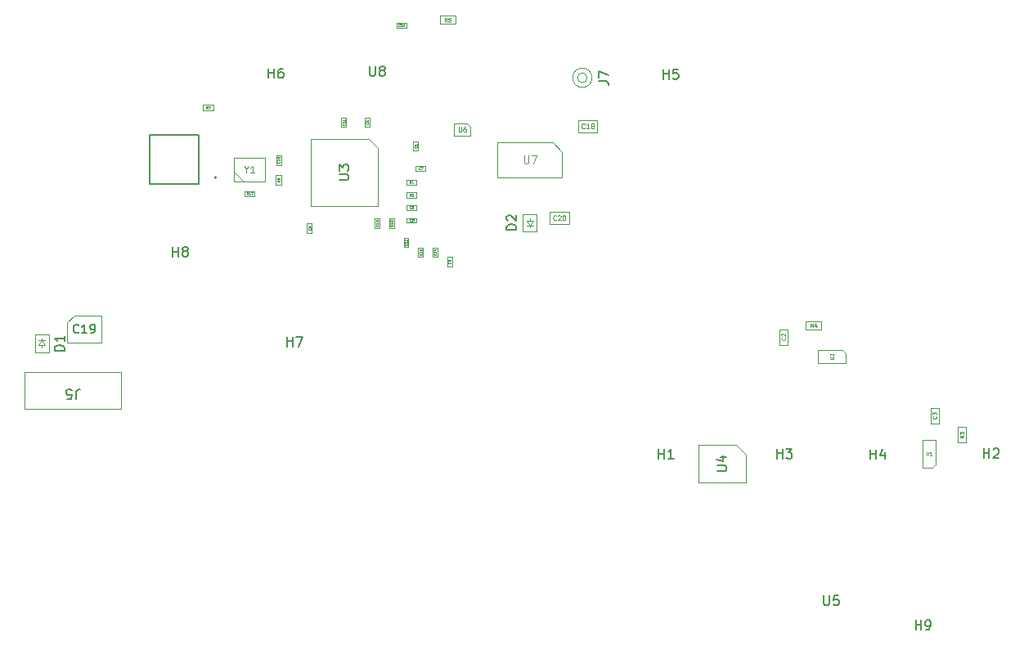
<source format=gbr>
G04 #@! TF.GenerationSoftware,KiCad,Pcbnew,7.0.5-7.0.5~ubuntu20.04.1*
G04 #@! TF.CreationDate,2023-06-05T23:11:06-05:00*
G04 #@! TF.ProjectId,Phobri64,50686f62-7269-4363-942e-6b696361645f,rev?*
G04 #@! TF.SameCoordinates,Original*
G04 #@! TF.FileFunction,AssemblyDrawing,Top*
%FSLAX46Y46*%
G04 Gerber Fmt 4.6, Leading zero omitted, Abs format (unit mm)*
G04 Created by KiCad (PCBNEW 7.0.5-7.0.5~ubuntu20.04.1) date 2023-06-05 23:11:06*
%MOMM*%
%LPD*%
G01*
G04 APERTURE LIST*
%ADD10C,0.040000*%
%ADD11C,0.150000*%
%ADD12C,0.060000*%
%ADD13C,0.130000*%
%ADD14C,0.105000*%
%ADD15C,0.080000*%
%ADD16C,0.050000*%
%ADD17C,0.075000*%
%ADD18C,0.120000*%
%ADD19C,0.100000*%
%ADD20C,0.025400*%
%ADD21C,0.127000*%
%ADD22C,0.200000*%
G04 APERTURE END LIST*
D10*
X189023607Y-87784803D02*
X189011703Y-87796708D01*
X189011703Y-87796708D02*
X188975988Y-87808612D01*
X188975988Y-87808612D02*
X188952179Y-87808612D01*
X188952179Y-87808612D02*
X188916465Y-87796708D01*
X188916465Y-87796708D02*
X188892655Y-87772898D01*
X188892655Y-87772898D02*
X188880750Y-87749088D01*
X188880750Y-87749088D02*
X188868846Y-87701469D01*
X188868846Y-87701469D02*
X188868846Y-87665755D01*
X188868846Y-87665755D02*
X188880750Y-87618136D01*
X188880750Y-87618136D02*
X188892655Y-87594327D01*
X188892655Y-87594327D02*
X188916465Y-87570517D01*
X188916465Y-87570517D02*
X188952179Y-87558612D01*
X188952179Y-87558612D02*
X188975988Y-87558612D01*
X188975988Y-87558612D02*
X189011703Y-87570517D01*
X189011703Y-87570517D02*
X189023607Y-87582422D01*
X189166465Y-87665755D02*
X189142655Y-87653850D01*
X189142655Y-87653850D02*
X189130750Y-87641946D01*
X189130750Y-87641946D02*
X189118846Y-87618136D01*
X189118846Y-87618136D02*
X189118846Y-87606231D01*
X189118846Y-87606231D02*
X189130750Y-87582422D01*
X189130750Y-87582422D02*
X189142655Y-87570517D01*
X189142655Y-87570517D02*
X189166465Y-87558612D01*
X189166465Y-87558612D02*
X189214084Y-87558612D01*
X189214084Y-87558612D02*
X189237893Y-87570517D01*
X189237893Y-87570517D02*
X189249798Y-87582422D01*
X189249798Y-87582422D02*
X189261703Y-87606231D01*
X189261703Y-87606231D02*
X189261703Y-87618136D01*
X189261703Y-87618136D02*
X189249798Y-87641946D01*
X189249798Y-87641946D02*
X189237893Y-87653850D01*
X189237893Y-87653850D02*
X189214084Y-87665755D01*
X189214084Y-87665755D02*
X189166465Y-87665755D01*
X189166465Y-87665755D02*
X189142655Y-87677660D01*
X189142655Y-87677660D02*
X189130750Y-87689565D01*
X189130750Y-87689565D02*
X189118846Y-87713374D01*
X189118846Y-87713374D02*
X189118846Y-87760993D01*
X189118846Y-87760993D02*
X189130750Y-87784803D01*
X189130750Y-87784803D02*
X189142655Y-87796708D01*
X189142655Y-87796708D02*
X189166465Y-87808612D01*
X189166465Y-87808612D02*
X189214084Y-87808612D01*
X189214084Y-87808612D02*
X189237893Y-87796708D01*
X189237893Y-87796708D02*
X189249798Y-87784803D01*
X189249798Y-87784803D02*
X189261703Y-87760993D01*
X189261703Y-87760993D02*
X189261703Y-87713374D01*
X189261703Y-87713374D02*
X189249798Y-87689565D01*
X189249798Y-87689565D02*
X189237893Y-87677660D01*
X189237893Y-87677660D02*
X189214084Y-87665755D01*
D11*
X215119039Y-73055117D02*
X215119039Y-72055117D01*
X215119039Y-72531307D02*
X215690467Y-72531307D01*
X215690467Y-73055117D02*
X215690467Y-72055117D01*
X216642848Y-72055117D02*
X216166658Y-72055117D01*
X216166658Y-72055117D02*
X216119039Y-72531307D01*
X216119039Y-72531307D02*
X216166658Y-72483688D01*
X216166658Y-72483688D02*
X216261896Y-72436069D01*
X216261896Y-72436069D02*
X216499991Y-72436069D01*
X216499991Y-72436069D02*
X216595229Y-72483688D01*
X216595229Y-72483688D02*
X216642848Y-72531307D01*
X216642848Y-72531307D02*
X216690467Y-72626545D01*
X216690467Y-72626545D02*
X216690467Y-72864640D01*
X216690467Y-72864640D02*
X216642848Y-72959878D01*
X216642848Y-72959878D02*
X216595229Y-73007498D01*
X216595229Y-73007498D02*
X216499991Y-73055117D01*
X216499991Y-73055117D02*
X216261896Y-73055117D01*
X216261896Y-73055117D02*
X216166658Y-73007498D01*
X216166658Y-73007498D02*
X216119039Y-72959878D01*
D10*
X187839285Y-67589765D02*
X187827381Y-67601670D01*
X187827381Y-67601670D02*
X187791666Y-67613574D01*
X187791666Y-67613574D02*
X187767857Y-67613574D01*
X187767857Y-67613574D02*
X187732143Y-67601670D01*
X187732143Y-67601670D02*
X187708333Y-67577860D01*
X187708333Y-67577860D02*
X187696428Y-67554050D01*
X187696428Y-67554050D02*
X187684524Y-67506431D01*
X187684524Y-67506431D02*
X187684524Y-67470717D01*
X187684524Y-67470717D02*
X187696428Y-67423098D01*
X187696428Y-67423098D02*
X187708333Y-67399289D01*
X187708333Y-67399289D02*
X187732143Y-67375479D01*
X187732143Y-67375479D02*
X187767857Y-67363574D01*
X187767857Y-67363574D02*
X187791666Y-67363574D01*
X187791666Y-67363574D02*
X187827381Y-67375479D01*
X187827381Y-67375479D02*
X187839285Y-67387384D01*
X187934524Y-67387384D02*
X187946428Y-67375479D01*
X187946428Y-67375479D02*
X187970238Y-67363574D01*
X187970238Y-67363574D02*
X188029762Y-67363574D01*
X188029762Y-67363574D02*
X188053571Y-67375479D01*
X188053571Y-67375479D02*
X188065476Y-67387384D01*
X188065476Y-67387384D02*
X188077381Y-67411193D01*
X188077381Y-67411193D02*
X188077381Y-67435003D01*
X188077381Y-67435003D02*
X188065476Y-67470717D01*
X188065476Y-67470717D02*
X187922619Y-67613574D01*
X187922619Y-67613574D02*
X188077381Y-67613574D01*
X188315476Y-67613574D02*
X188172619Y-67613574D01*
X188244047Y-67613574D02*
X188244047Y-67363574D01*
X188244047Y-67363574D02*
X188220238Y-67399289D01*
X188220238Y-67399289D02*
X188196428Y-67423098D01*
X188196428Y-67423098D02*
X188172619Y-67435003D01*
D11*
X236573299Y-112404969D02*
X236573299Y-111404969D01*
X236573299Y-111881159D02*
X237144727Y-111881159D01*
X237144727Y-112404969D02*
X237144727Y-111404969D01*
X238049489Y-111738302D02*
X238049489Y-112404969D01*
X237811394Y-111357350D02*
X237573299Y-112071635D01*
X237573299Y-112071635D02*
X238192346Y-112071635D01*
X241243464Y-130097899D02*
X241243464Y-129097899D01*
X241243464Y-129574089D02*
X241814892Y-129574089D01*
X241814892Y-130097899D02*
X241814892Y-129097899D01*
X242338702Y-130097899D02*
X242529178Y-130097899D01*
X242529178Y-130097899D02*
X242624416Y-130050280D01*
X242624416Y-130050280D02*
X242672035Y-130002660D01*
X242672035Y-130002660D02*
X242767273Y-129859803D01*
X242767273Y-129859803D02*
X242814892Y-129669327D01*
X242814892Y-129669327D02*
X242814892Y-129288375D01*
X242814892Y-129288375D02*
X242767273Y-129193137D01*
X242767273Y-129193137D02*
X242719654Y-129145518D01*
X242719654Y-129145518D02*
X242624416Y-129097899D01*
X242624416Y-129097899D02*
X242433940Y-129097899D01*
X242433940Y-129097899D02*
X242338702Y-129145518D01*
X242338702Y-129145518D02*
X242291083Y-129193137D01*
X242291083Y-129193137D02*
X242243464Y-129288375D01*
X242243464Y-129288375D02*
X242243464Y-129526470D01*
X242243464Y-129526470D02*
X242291083Y-129621708D01*
X242291083Y-129621708D02*
X242338702Y-129669327D01*
X242338702Y-129669327D02*
X242433940Y-129716946D01*
X242433940Y-129716946D02*
X242624416Y-129716946D01*
X242624416Y-129716946D02*
X242719654Y-129669327D01*
X242719654Y-129669327D02*
X242767273Y-129621708D01*
X242767273Y-129621708D02*
X242814892Y-129526470D01*
X226875994Y-112349683D02*
X226875994Y-111349683D01*
X226875994Y-111825873D02*
X227447422Y-111825873D01*
X227447422Y-112349683D02*
X227447422Y-111349683D01*
X227828375Y-111349683D02*
X228447422Y-111349683D01*
X228447422Y-111349683D02*
X228114089Y-111730635D01*
X228114089Y-111730635D02*
X228256946Y-111730635D01*
X228256946Y-111730635D02*
X228352184Y-111778254D01*
X228352184Y-111778254D02*
X228399803Y-111825873D01*
X228399803Y-111825873D02*
X228447422Y-111921111D01*
X228447422Y-111921111D02*
X228447422Y-112159206D01*
X228447422Y-112159206D02*
X228399803Y-112254444D01*
X228399803Y-112254444D02*
X228352184Y-112302064D01*
X228352184Y-112302064D02*
X228256946Y-112349683D01*
X228256946Y-112349683D02*
X227971232Y-112349683D01*
X227971232Y-112349683D02*
X227875994Y-112302064D01*
X227875994Y-112302064D02*
X227828375Y-112254444D01*
D10*
X175421323Y-83543332D02*
X175297514Y-83629999D01*
X175421323Y-83691904D02*
X175161323Y-83691904D01*
X175161323Y-83691904D02*
X175161323Y-83592856D01*
X175161323Y-83592856D02*
X175173704Y-83568094D01*
X175173704Y-83568094D02*
X175186085Y-83555713D01*
X175186085Y-83555713D02*
X175210847Y-83543332D01*
X175210847Y-83543332D02*
X175247990Y-83543332D01*
X175247990Y-83543332D02*
X175272752Y-83555713D01*
X175272752Y-83555713D02*
X175285133Y-83568094D01*
X175285133Y-83568094D02*
X175297514Y-83592856D01*
X175297514Y-83592856D02*
X175297514Y-83691904D01*
X175161323Y-83320475D02*
X175161323Y-83369999D01*
X175161323Y-83369999D02*
X175173704Y-83394761D01*
X175173704Y-83394761D02*
X175186085Y-83407142D01*
X175186085Y-83407142D02*
X175223228Y-83431904D01*
X175223228Y-83431904D02*
X175272752Y-83444285D01*
X175272752Y-83444285D02*
X175371800Y-83444285D01*
X175371800Y-83444285D02*
X175396562Y-83431904D01*
X175396562Y-83431904D02*
X175408943Y-83419523D01*
X175408943Y-83419523D02*
X175421323Y-83394761D01*
X175421323Y-83394761D02*
X175421323Y-83345237D01*
X175421323Y-83345237D02*
X175408943Y-83320475D01*
X175408943Y-83320475D02*
X175396562Y-83308094D01*
X175396562Y-83308094D02*
X175371800Y-83295713D01*
X175371800Y-83295713D02*
X175309895Y-83295713D01*
X175309895Y-83295713D02*
X175285133Y-83308094D01*
X175285133Y-83308094D02*
X175272752Y-83320475D01*
X175272752Y-83320475D02*
X175260371Y-83345237D01*
X175260371Y-83345237D02*
X175260371Y-83394761D01*
X175260371Y-83394761D02*
X175272752Y-83419523D01*
X175272752Y-83419523D02*
X175285133Y-83431904D01*
X175285133Y-83431904D02*
X175309895Y-83444285D01*
D11*
X174238095Y-72954819D02*
X174238095Y-71954819D01*
X174238095Y-72431009D02*
X174809523Y-72431009D01*
X174809523Y-72954819D02*
X174809523Y-71954819D01*
X175714285Y-71954819D02*
X175523809Y-71954819D01*
X175523809Y-71954819D02*
X175428571Y-72002438D01*
X175428571Y-72002438D02*
X175380952Y-72050057D01*
X175380952Y-72050057D02*
X175285714Y-72192914D01*
X175285714Y-72192914D02*
X175238095Y-72383390D01*
X175238095Y-72383390D02*
X175238095Y-72764342D01*
X175238095Y-72764342D02*
X175285714Y-72859580D01*
X175285714Y-72859580D02*
X175333333Y-72907200D01*
X175333333Y-72907200D02*
X175428571Y-72954819D01*
X175428571Y-72954819D02*
X175619047Y-72954819D01*
X175619047Y-72954819D02*
X175714285Y-72907200D01*
X175714285Y-72907200D02*
X175761904Y-72859580D01*
X175761904Y-72859580D02*
X175809523Y-72764342D01*
X175809523Y-72764342D02*
X175809523Y-72526247D01*
X175809523Y-72526247D02*
X175761904Y-72431009D01*
X175761904Y-72431009D02*
X175714285Y-72383390D01*
X175714285Y-72383390D02*
X175619047Y-72335771D01*
X175619047Y-72335771D02*
X175428571Y-72335771D01*
X175428571Y-72335771D02*
X175333333Y-72383390D01*
X175333333Y-72383390D02*
X175285714Y-72431009D01*
X175285714Y-72431009D02*
X175238095Y-72526247D01*
X164351097Y-91454819D02*
X164351097Y-90454819D01*
X164351097Y-90931009D02*
X164922525Y-90931009D01*
X164922525Y-91454819D02*
X164922525Y-90454819D01*
X165541573Y-90883390D02*
X165446335Y-90835771D01*
X165446335Y-90835771D02*
X165398716Y-90788152D01*
X165398716Y-90788152D02*
X165351097Y-90692914D01*
X165351097Y-90692914D02*
X165351097Y-90645295D01*
X165351097Y-90645295D02*
X165398716Y-90550057D01*
X165398716Y-90550057D02*
X165446335Y-90502438D01*
X165446335Y-90502438D02*
X165541573Y-90454819D01*
X165541573Y-90454819D02*
X165732049Y-90454819D01*
X165732049Y-90454819D02*
X165827287Y-90502438D01*
X165827287Y-90502438D02*
X165874906Y-90550057D01*
X165874906Y-90550057D02*
X165922525Y-90645295D01*
X165922525Y-90645295D02*
X165922525Y-90692914D01*
X165922525Y-90692914D02*
X165874906Y-90788152D01*
X165874906Y-90788152D02*
X165827287Y-90835771D01*
X165827287Y-90835771D02*
X165732049Y-90883390D01*
X165732049Y-90883390D02*
X165541573Y-90883390D01*
X165541573Y-90883390D02*
X165446335Y-90931009D01*
X165446335Y-90931009D02*
X165398716Y-90978628D01*
X165398716Y-90978628D02*
X165351097Y-91073866D01*
X165351097Y-91073866D02*
X165351097Y-91264342D01*
X165351097Y-91264342D02*
X165398716Y-91359580D01*
X165398716Y-91359580D02*
X165446335Y-91407200D01*
X165446335Y-91407200D02*
X165541573Y-91454819D01*
X165541573Y-91454819D02*
X165732049Y-91454819D01*
X165732049Y-91454819D02*
X165827287Y-91407200D01*
X165827287Y-91407200D02*
X165874906Y-91359580D01*
X165874906Y-91359580D02*
X165922525Y-91264342D01*
X165922525Y-91264342D02*
X165922525Y-91073866D01*
X165922525Y-91073866D02*
X165874906Y-90978628D01*
X165874906Y-90978628D02*
X165827287Y-90931009D01*
X165827287Y-90931009D02*
X165732049Y-90883390D01*
D12*
X246226943Y-109972782D02*
X246036467Y-110106115D01*
X246226943Y-110201353D02*
X245826943Y-110201353D01*
X245826943Y-110201353D02*
X245826943Y-110048972D01*
X245826943Y-110048972D02*
X245845991Y-110010877D01*
X245845991Y-110010877D02*
X245865038Y-109991830D01*
X245865038Y-109991830D02*
X245903134Y-109972782D01*
X245903134Y-109972782D02*
X245960276Y-109972782D01*
X245960276Y-109972782D02*
X245998372Y-109991830D01*
X245998372Y-109991830D02*
X246017419Y-110010877D01*
X246017419Y-110010877D02*
X246036467Y-110048972D01*
X246036467Y-110048972D02*
X246036467Y-110201353D01*
X245826943Y-109839449D02*
X245826943Y-109591830D01*
X245826943Y-109591830D02*
X245979324Y-109725163D01*
X245979324Y-109725163D02*
X245979324Y-109668020D01*
X245979324Y-109668020D02*
X245998372Y-109629925D01*
X245998372Y-109629925D02*
X246017419Y-109610877D01*
X246017419Y-109610877D02*
X246055515Y-109591830D01*
X246055515Y-109591830D02*
X246150753Y-109591830D01*
X246150753Y-109591830D02*
X246188848Y-109610877D01*
X246188848Y-109610877D02*
X246207896Y-109629925D01*
X246207896Y-109629925D02*
X246226943Y-109668020D01*
X246226943Y-109668020D02*
X246226943Y-109782306D01*
X246226943Y-109782306D02*
X246207896Y-109820401D01*
X246207896Y-109820401D02*
X246188848Y-109839449D01*
D10*
X189005458Y-85188261D02*
X188918791Y-85064452D01*
X188856886Y-85188261D02*
X188856886Y-84928261D01*
X188856886Y-84928261D02*
X188955934Y-84928261D01*
X188955934Y-84928261D02*
X188980696Y-84940642D01*
X188980696Y-84940642D02*
X188993077Y-84953023D01*
X188993077Y-84953023D02*
X189005458Y-84977785D01*
X189005458Y-84977785D02*
X189005458Y-85014928D01*
X189005458Y-85014928D02*
X188993077Y-85039690D01*
X188993077Y-85039690D02*
X188980696Y-85052071D01*
X188980696Y-85052071D02*
X188955934Y-85064452D01*
X188955934Y-85064452D02*
X188856886Y-85064452D01*
X189104505Y-84953023D02*
X189116886Y-84940642D01*
X189116886Y-84940642D02*
X189141648Y-84928261D01*
X189141648Y-84928261D02*
X189203553Y-84928261D01*
X189203553Y-84928261D02*
X189228315Y-84940642D01*
X189228315Y-84940642D02*
X189240696Y-84953023D01*
X189240696Y-84953023D02*
X189253077Y-84977785D01*
X189253077Y-84977785D02*
X189253077Y-85002547D01*
X189253077Y-85002547D02*
X189240696Y-85039690D01*
X189240696Y-85039690D02*
X189092124Y-85188261D01*
X189092124Y-85188261D02*
X189253077Y-85188261D01*
X188997290Y-83859293D02*
X188910623Y-83735484D01*
X188848718Y-83859293D02*
X188848718Y-83599293D01*
X188848718Y-83599293D02*
X188947766Y-83599293D01*
X188947766Y-83599293D02*
X188972528Y-83611674D01*
X188972528Y-83611674D02*
X188984909Y-83624055D01*
X188984909Y-83624055D02*
X188997290Y-83648817D01*
X188997290Y-83648817D02*
X188997290Y-83685960D01*
X188997290Y-83685960D02*
X188984909Y-83710722D01*
X188984909Y-83710722D02*
X188972528Y-83723103D01*
X188972528Y-83723103D02*
X188947766Y-83735484D01*
X188947766Y-83735484D02*
X188848718Y-83735484D01*
X189244909Y-83859293D02*
X189096337Y-83859293D01*
X189170623Y-83859293D02*
X189170623Y-83599293D01*
X189170623Y-83599293D02*
X189145861Y-83636436D01*
X189145861Y-83636436D02*
X189121099Y-83661198D01*
X189121099Y-83661198D02*
X189096337Y-83673579D01*
X167956667Y-76118200D02*
X167870000Y-75994391D01*
X167808095Y-76118200D02*
X167808095Y-75858200D01*
X167808095Y-75858200D02*
X167907143Y-75858200D01*
X167907143Y-75858200D02*
X167931905Y-75870581D01*
X167931905Y-75870581D02*
X167944286Y-75882962D01*
X167944286Y-75882962D02*
X167956667Y-75907724D01*
X167956667Y-75907724D02*
X167956667Y-75944867D01*
X167956667Y-75944867D02*
X167944286Y-75969629D01*
X167944286Y-75969629D02*
X167931905Y-75982010D01*
X167931905Y-75982010D02*
X167907143Y-75994391D01*
X167907143Y-75994391D02*
X167808095Y-75994391D01*
X168043333Y-75858200D02*
X168216667Y-75858200D01*
X168216667Y-75858200D02*
X168105238Y-76118200D01*
X188589765Y-90140714D02*
X188601670Y-90152618D01*
X188601670Y-90152618D02*
X188613574Y-90188333D01*
X188613574Y-90188333D02*
X188613574Y-90212142D01*
X188613574Y-90212142D02*
X188601670Y-90247856D01*
X188601670Y-90247856D02*
X188577860Y-90271666D01*
X188577860Y-90271666D02*
X188554050Y-90283571D01*
X188554050Y-90283571D02*
X188506431Y-90295475D01*
X188506431Y-90295475D02*
X188470717Y-90295475D01*
X188470717Y-90295475D02*
X188423098Y-90283571D01*
X188423098Y-90283571D02*
X188399289Y-90271666D01*
X188399289Y-90271666D02*
X188375479Y-90247856D01*
X188375479Y-90247856D02*
X188363574Y-90212142D01*
X188363574Y-90212142D02*
X188363574Y-90188333D01*
X188363574Y-90188333D02*
X188375479Y-90152618D01*
X188375479Y-90152618D02*
X188387384Y-90140714D01*
X188613574Y-89902618D02*
X188613574Y-90045475D01*
X188613574Y-89974047D02*
X188363574Y-89974047D01*
X188363574Y-89974047D02*
X188399289Y-89997856D01*
X188399289Y-89997856D02*
X188423098Y-90021666D01*
X188423098Y-90021666D02*
X188435003Y-90045475D01*
X188387384Y-89807380D02*
X188375479Y-89795476D01*
X188375479Y-89795476D02*
X188363574Y-89771666D01*
X188363574Y-89771666D02*
X188363574Y-89712142D01*
X188363574Y-89712142D02*
X188375479Y-89688333D01*
X188375479Y-89688333D02*
X188387384Y-89676428D01*
X188387384Y-89676428D02*
X188411193Y-89664523D01*
X188411193Y-89664523D02*
X188435003Y-89664523D01*
X188435003Y-89664523D02*
X188470717Y-89676428D01*
X188470717Y-89676428D02*
X188613574Y-89819285D01*
X188613574Y-89819285D02*
X188613574Y-89664523D01*
X185589765Y-88160714D02*
X185601670Y-88172618D01*
X185601670Y-88172618D02*
X185613574Y-88208333D01*
X185613574Y-88208333D02*
X185613574Y-88232142D01*
X185613574Y-88232142D02*
X185601670Y-88267856D01*
X185601670Y-88267856D02*
X185577860Y-88291666D01*
X185577860Y-88291666D02*
X185554050Y-88303571D01*
X185554050Y-88303571D02*
X185506431Y-88315475D01*
X185506431Y-88315475D02*
X185470717Y-88315475D01*
X185470717Y-88315475D02*
X185423098Y-88303571D01*
X185423098Y-88303571D02*
X185399289Y-88291666D01*
X185399289Y-88291666D02*
X185375479Y-88267856D01*
X185375479Y-88267856D02*
X185363574Y-88232142D01*
X185363574Y-88232142D02*
X185363574Y-88208333D01*
X185363574Y-88208333D02*
X185375479Y-88172618D01*
X185375479Y-88172618D02*
X185387384Y-88160714D01*
X185613574Y-87922618D02*
X185613574Y-88065475D01*
X185613574Y-87994047D02*
X185363574Y-87994047D01*
X185363574Y-87994047D02*
X185399289Y-88017856D01*
X185399289Y-88017856D02*
X185423098Y-88041666D01*
X185423098Y-88041666D02*
X185435003Y-88065475D01*
X185363574Y-87839285D02*
X185363574Y-87684523D01*
X185363574Y-87684523D02*
X185458812Y-87767857D01*
X185458812Y-87767857D02*
X185458812Y-87732142D01*
X185458812Y-87732142D02*
X185470717Y-87708333D01*
X185470717Y-87708333D02*
X185482622Y-87696428D01*
X185482622Y-87696428D02*
X185506431Y-87684523D01*
X185506431Y-87684523D02*
X185565955Y-87684523D01*
X185565955Y-87684523D02*
X185589765Y-87696428D01*
X185589765Y-87696428D02*
X185601670Y-87708333D01*
X185601670Y-87708333D02*
X185613574Y-87732142D01*
X185613574Y-87732142D02*
X185613574Y-87803571D01*
X185613574Y-87803571D02*
X185601670Y-87827380D01*
X185601670Y-87827380D02*
X185589765Y-87839285D01*
D13*
X154612408Y-99257629D02*
X154570504Y-99299534D01*
X154570504Y-99299534D02*
X154444789Y-99341438D01*
X154444789Y-99341438D02*
X154360980Y-99341438D01*
X154360980Y-99341438D02*
X154235266Y-99299534D01*
X154235266Y-99299534D02*
X154151456Y-99215724D01*
X154151456Y-99215724D02*
X154109551Y-99131914D01*
X154109551Y-99131914D02*
X154067647Y-98964295D01*
X154067647Y-98964295D02*
X154067647Y-98838581D01*
X154067647Y-98838581D02*
X154109551Y-98670962D01*
X154109551Y-98670962D02*
X154151456Y-98587153D01*
X154151456Y-98587153D02*
X154235266Y-98503343D01*
X154235266Y-98503343D02*
X154360980Y-98461438D01*
X154360980Y-98461438D02*
X154444789Y-98461438D01*
X154444789Y-98461438D02*
X154570504Y-98503343D01*
X154570504Y-98503343D02*
X154612408Y-98545248D01*
X155450504Y-99341438D02*
X154947647Y-99341438D01*
X155199075Y-99341438D02*
X155199075Y-98461438D01*
X155199075Y-98461438D02*
X155115266Y-98587153D01*
X155115266Y-98587153D02*
X155031456Y-98670962D01*
X155031456Y-98670962D02*
X154947647Y-98712867D01*
X155869551Y-99341438D02*
X156037170Y-99341438D01*
X156037170Y-99341438D02*
X156120980Y-99299534D01*
X156120980Y-99299534D02*
X156162884Y-99257629D01*
X156162884Y-99257629D02*
X156246694Y-99131914D01*
X156246694Y-99131914D02*
X156288599Y-98964295D01*
X156288599Y-98964295D02*
X156288599Y-98629057D01*
X156288599Y-98629057D02*
X156246694Y-98545248D01*
X156246694Y-98545248D02*
X156204789Y-98503343D01*
X156204789Y-98503343D02*
X156120980Y-98461438D01*
X156120980Y-98461438D02*
X155953361Y-98461438D01*
X155953361Y-98461438D02*
X155869551Y-98503343D01*
X155869551Y-98503343D02*
X155827646Y-98545248D01*
X155827646Y-98545248D02*
X155785742Y-98629057D01*
X155785742Y-98629057D02*
X155785742Y-98838581D01*
X155785742Y-98838581D02*
X155827646Y-98922391D01*
X155827646Y-98922391D02*
X155869551Y-98964295D01*
X155869551Y-98964295D02*
X155953361Y-99006200D01*
X155953361Y-99006200D02*
X156120980Y-99006200D01*
X156120980Y-99006200D02*
X156204789Y-98964295D01*
X156204789Y-98964295D02*
X156246694Y-98922391D01*
X156246694Y-98922391D02*
X156288599Y-98838581D01*
D14*
X171969790Y-82426133D02*
X171969790Y-82759466D01*
X171736456Y-82059466D02*
X171969790Y-82426133D01*
X171969790Y-82426133D02*
X172203123Y-82059466D01*
X172803123Y-82759466D02*
X172403123Y-82759466D01*
X172603123Y-82759466D02*
X172603123Y-82059466D01*
X172603123Y-82059466D02*
X172536456Y-82159466D01*
X172536456Y-82159466D02*
X172469790Y-82226133D01*
X172469790Y-82226133D02*
X172403123Y-82259466D01*
D10*
X182123272Y-77690164D02*
X182135177Y-77702068D01*
X182135177Y-77702068D02*
X182147081Y-77737783D01*
X182147081Y-77737783D02*
X182147081Y-77761592D01*
X182147081Y-77761592D02*
X182135177Y-77797306D01*
X182135177Y-77797306D02*
X182111367Y-77821116D01*
X182111367Y-77821116D02*
X182087557Y-77833021D01*
X182087557Y-77833021D02*
X182039938Y-77844925D01*
X182039938Y-77844925D02*
X182004224Y-77844925D01*
X182004224Y-77844925D02*
X181956605Y-77833021D01*
X181956605Y-77833021D02*
X181932796Y-77821116D01*
X181932796Y-77821116D02*
X181908986Y-77797306D01*
X181908986Y-77797306D02*
X181897081Y-77761592D01*
X181897081Y-77761592D02*
X181897081Y-77737783D01*
X181897081Y-77737783D02*
X181908986Y-77702068D01*
X181908986Y-77702068D02*
X181920891Y-77690164D01*
X182147081Y-77452068D02*
X182147081Y-77594925D01*
X182147081Y-77523497D02*
X181897081Y-77523497D01*
X181897081Y-77523497D02*
X181932796Y-77547306D01*
X181932796Y-77547306D02*
X181956605Y-77571116D01*
X181956605Y-77571116D02*
X181968510Y-77594925D01*
X182147081Y-77213973D02*
X182147081Y-77356830D01*
X182147081Y-77285402D02*
X181897081Y-77285402D01*
X181897081Y-77285402D02*
X181932796Y-77309211D01*
X181932796Y-77309211D02*
X181956605Y-77333021D01*
X181956605Y-77333021D02*
X181968510Y-77356830D01*
D15*
X206981694Y-78120623D02*
X206957885Y-78144433D01*
X206957885Y-78144433D02*
X206886456Y-78168242D01*
X206886456Y-78168242D02*
X206838837Y-78168242D01*
X206838837Y-78168242D02*
X206767409Y-78144433D01*
X206767409Y-78144433D02*
X206719790Y-78096813D01*
X206719790Y-78096813D02*
X206695980Y-78049194D01*
X206695980Y-78049194D02*
X206672171Y-77953956D01*
X206672171Y-77953956D02*
X206672171Y-77882528D01*
X206672171Y-77882528D02*
X206695980Y-77787290D01*
X206695980Y-77787290D02*
X206719790Y-77739671D01*
X206719790Y-77739671D02*
X206767409Y-77692052D01*
X206767409Y-77692052D02*
X206838837Y-77668242D01*
X206838837Y-77668242D02*
X206886456Y-77668242D01*
X206886456Y-77668242D02*
X206957885Y-77692052D01*
X206957885Y-77692052D02*
X206981694Y-77715861D01*
X207457885Y-78168242D02*
X207172171Y-78168242D01*
X207315028Y-78168242D02*
X207315028Y-77668242D01*
X207315028Y-77668242D02*
X207267409Y-77739671D01*
X207267409Y-77739671D02*
X207219790Y-77787290D01*
X207219790Y-77787290D02*
X207172171Y-77811099D01*
X207743599Y-77882528D02*
X207695980Y-77858718D01*
X207695980Y-77858718D02*
X207672170Y-77834909D01*
X207672170Y-77834909D02*
X207648361Y-77787290D01*
X207648361Y-77787290D02*
X207648361Y-77763480D01*
X207648361Y-77763480D02*
X207672170Y-77715861D01*
X207672170Y-77715861D02*
X207695980Y-77692052D01*
X207695980Y-77692052D02*
X207743599Y-77668242D01*
X207743599Y-77668242D02*
X207838837Y-77668242D01*
X207838837Y-77668242D02*
X207886456Y-77692052D01*
X207886456Y-77692052D02*
X207910265Y-77715861D01*
X207910265Y-77715861D02*
X207934075Y-77763480D01*
X207934075Y-77763480D02*
X207934075Y-77787290D01*
X207934075Y-77787290D02*
X207910265Y-77834909D01*
X207910265Y-77834909D02*
X207886456Y-77858718D01*
X207886456Y-77858718D02*
X207838837Y-77882528D01*
X207838837Y-77882528D02*
X207743599Y-77882528D01*
X207743599Y-77882528D02*
X207695980Y-77906337D01*
X207695980Y-77906337D02*
X207672170Y-77930147D01*
X207672170Y-77930147D02*
X207648361Y-77977766D01*
X207648361Y-77977766D02*
X207648361Y-78073004D01*
X207648361Y-78073004D02*
X207672170Y-78120623D01*
X207672170Y-78120623D02*
X207695980Y-78144433D01*
X207695980Y-78144433D02*
X207743599Y-78168242D01*
X207743599Y-78168242D02*
X207838837Y-78168242D01*
X207838837Y-78168242D02*
X207886456Y-78144433D01*
X207886456Y-78144433D02*
X207910265Y-78120623D01*
X207910265Y-78120623D02*
X207934075Y-78073004D01*
X207934075Y-78073004D02*
X207934075Y-77977766D01*
X207934075Y-77977766D02*
X207910265Y-77930147D01*
X207910265Y-77930147D02*
X207886456Y-77906337D01*
X207886456Y-77906337D02*
X207838837Y-77882528D01*
D11*
X208447286Y-73263378D02*
X209161571Y-73263378D01*
X209161571Y-73263378D02*
X209304428Y-73310997D01*
X209304428Y-73310997D02*
X209399667Y-73406235D01*
X209399667Y-73406235D02*
X209447286Y-73549092D01*
X209447286Y-73549092D02*
X209447286Y-73644330D01*
X208447286Y-72882425D02*
X208447286Y-72215759D01*
X208447286Y-72215759D02*
X209447286Y-72644330D01*
X214613432Y-112355457D02*
X214613432Y-111355457D01*
X214613432Y-111831647D02*
X215184860Y-111831647D01*
X215184860Y-112355457D02*
X215184860Y-111355457D01*
X216184860Y-112355457D02*
X215613432Y-112355457D01*
X215899146Y-112355457D02*
X215899146Y-111355457D01*
X215899146Y-111355457D02*
X215803908Y-111498314D01*
X215803908Y-111498314D02*
X215708670Y-111593552D01*
X215708670Y-111593552D02*
X215613432Y-111641171D01*
D12*
X227719714Y-99835282D02*
X227738762Y-99854330D01*
X227738762Y-99854330D02*
X227757809Y-99911472D01*
X227757809Y-99911472D02*
X227757809Y-99949568D01*
X227757809Y-99949568D02*
X227738762Y-100006711D01*
X227738762Y-100006711D02*
X227700666Y-100044806D01*
X227700666Y-100044806D02*
X227662571Y-100063853D01*
X227662571Y-100063853D02*
X227586381Y-100082901D01*
X227586381Y-100082901D02*
X227529238Y-100082901D01*
X227529238Y-100082901D02*
X227453047Y-100063853D01*
X227453047Y-100063853D02*
X227414952Y-100044806D01*
X227414952Y-100044806D02*
X227376857Y-100006711D01*
X227376857Y-100006711D02*
X227357809Y-99949568D01*
X227357809Y-99949568D02*
X227357809Y-99911472D01*
X227357809Y-99911472D02*
X227376857Y-99854330D01*
X227376857Y-99854330D02*
X227395904Y-99835282D01*
X227395904Y-99682901D02*
X227376857Y-99663853D01*
X227376857Y-99663853D02*
X227357809Y-99625758D01*
X227357809Y-99625758D02*
X227357809Y-99530520D01*
X227357809Y-99530520D02*
X227376857Y-99492425D01*
X227376857Y-99492425D02*
X227395904Y-99473377D01*
X227395904Y-99473377D02*
X227434000Y-99454330D01*
X227434000Y-99454330D02*
X227472095Y-99454330D01*
X227472095Y-99454330D02*
X227529238Y-99473377D01*
X227529238Y-99473377D02*
X227757809Y-99701949D01*
X227757809Y-99701949D02*
X227757809Y-99454330D01*
D10*
X184540665Y-77582344D02*
X184552570Y-77594248D01*
X184552570Y-77594248D02*
X184564474Y-77629963D01*
X184564474Y-77629963D02*
X184564474Y-77653772D01*
X184564474Y-77653772D02*
X184552570Y-77689486D01*
X184552570Y-77689486D02*
X184528760Y-77713296D01*
X184528760Y-77713296D02*
X184504950Y-77725201D01*
X184504950Y-77725201D02*
X184457331Y-77737105D01*
X184457331Y-77737105D02*
X184421617Y-77737105D01*
X184421617Y-77737105D02*
X184373998Y-77725201D01*
X184373998Y-77725201D02*
X184350189Y-77713296D01*
X184350189Y-77713296D02*
X184326379Y-77689486D01*
X184326379Y-77689486D02*
X184314474Y-77653772D01*
X184314474Y-77653772D02*
X184314474Y-77629963D01*
X184314474Y-77629963D02*
X184326379Y-77594248D01*
X184326379Y-77594248D02*
X184338284Y-77582344D01*
X184314474Y-77368058D02*
X184314474Y-77415677D01*
X184314474Y-77415677D02*
X184326379Y-77439486D01*
X184326379Y-77439486D02*
X184338284Y-77451391D01*
X184338284Y-77451391D02*
X184373998Y-77475201D01*
X184373998Y-77475201D02*
X184421617Y-77487105D01*
X184421617Y-77487105D02*
X184516855Y-77487105D01*
X184516855Y-77487105D02*
X184540665Y-77475201D01*
X184540665Y-77475201D02*
X184552570Y-77463296D01*
X184552570Y-77463296D02*
X184564474Y-77439486D01*
X184564474Y-77439486D02*
X184564474Y-77391867D01*
X184564474Y-77391867D02*
X184552570Y-77368058D01*
X184552570Y-77368058D02*
X184540665Y-77356153D01*
X184540665Y-77356153D02*
X184516855Y-77344248D01*
X184516855Y-77344248D02*
X184457331Y-77344248D01*
X184457331Y-77344248D02*
X184433522Y-77356153D01*
X184433522Y-77356153D02*
X184421617Y-77368058D01*
X184421617Y-77368058D02*
X184409712Y-77391867D01*
X184409712Y-77391867D02*
X184409712Y-77439486D01*
X184409712Y-77439486D02*
X184421617Y-77463296D01*
X184421617Y-77463296D02*
X184433522Y-77475201D01*
X184433522Y-77475201D02*
X184457331Y-77487105D01*
X189016491Y-86455492D02*
X189004587Y-86467397D01*
X189004587Y-86467397D02*
X188968872Y-86479301D01*
X188968872Y-86479301D02*
X188945063Y-86479301D01*
X188945063Y-86479301D02*
X188909349Y-86467397D01*
X188909349Y-86467397D02*
X188885539Y-86443587D01*
X188885539Y-86443587D02*
X188873634Y-86419777D01*
X188873634Y-86419777D02*
X188861730Y-86372158D01*
X188861730Y-86372158D02*
X188861730Y-86336444D01*
X188861730Y-86336444D02*
X188873634Y-86288825D01*
X188873634Y-86288825D02*
X188885539Y-86265016D01*
X188885539Y-86265016D02*
X188909349Y-86241206D01*
X188909349Y-86241206D02*
X188945063Y-86229301D01*
X188945063Y-86229301D02*
X188968872Y-86229301D01*
X188968872Y-86229301D02*
X189004587Y-86241206D01*
X189004587Y-86241206D02*
X189016491Y-86253111D01*
X189242682Y-86229301D02*
X189123634Y-86229301D01*
X189123634Y-86229301D02*
X189111730Y-86348349D01*
X189111730Y-86348349D02*
X189123634Y-86336444D01*
X189123634Y-86336444D02*
X189147444Y-86324539D01*
X189147444Y-86324539D02*
X189206968Y-86324539D01*
X189206968Y-86324539D02*
X189230777Y-86336444D01*
X189230777Y-86336444D02*
X189242682Y-86348349D01*
X189242682Y-86348349D02*
X189254587Y-86372158D01*
X189254587Y-86372158D02*
X189254587Y-86431682D01*
X189254587Y-86431682D02*
X189242682Y-86455492D01*
X189242682Y-86455492D02*
X189230777Y-86467397D01*
X189230777Y-86467397D02*
X189206968Y-86479301D01*
X189206968Y-86479301D02*
X189147444Y-86479301D01*
X189147444Y-86479301D02*
X189123634Y-86467397D01*
X189123634Y-86467397D02*
X189111730Y-86455492D01*
D11*
X184738095Y-71754819D02*
X184738095Y-72564342D01*
X184738095Y-72564342D02*
X184785714Y-72659580D01*
X184785714Y-72659580D02*
X184833333Y-72707200D01*
X184833333Y-72707200D02*
X184928571Y-72754819D01*
X184928571Y-72754819D02*
X185119047Y-72754819D01*
X185119047Y-72754819D02*
X185214285Y-72707200D01*
X185214285Y-72707200D02*
X185261904Y-72659580D01*
X185261904Y-72659580D02*
X185309523Y-72564342D01*
X185309523Y-72564342D02*
X185309523Y-71754819D01*
X185928571Y-72183390D02*
X185833333Y-72135771D01*
X185833333Y-72135771D02*
X185785714Y-72088152D01*
X185785714Y-72088152D02*
X185738095Y-71992914D01*
X185738095Y-71992914D02*
X185738095Y-71945295D01*
X185738095Y-71945295D02*
X185785714Y-71850057D01*
X185785714Y-71850057D02*
X185833333Y-71802438D01*
X185833333Y-71802438D02*
X185928571Y-71754819D01*
X185928571Y-71754819D02*
X186119047Y-71754819D01*
X186119047Y-71754819D02*
X186214285Y-71802438D01*
X186214285Y-71802438D02*
X186261904Y-71850057D01*
X186261904Y-71850057D02*
X186309523Y-71945295D01*
X186309523Y-71945295D02*
X186309523Y-71992914D01*
X186309523Y-71992914D02*
X186261904Y-72088152D01*
X186261904Y-72088152D02*
X186214285Y-72135771D01*
X186214285Y-72135771D02*
X186119047Y-72183390D01*
X186119047Y-72183390D02*
X185928571Y-72183390D01*
X185928571Y-72183390D02*
X185833333Y-72231009D01*
X185833333Y-72231009D02*
X185785714Y-72278628D01*
X185785714Y-72278628D02*
X185738095Y-72373866D01*
X185738095Y-72373866D02*
X185738095Y-72564342D01*
X185738095Y-72564342D02*
X185785714Y-72659580D01*
X185785714Y-72659580D02*
X185833333Y-72707200D01*
X185833333Y-72707200D02*
X185928571Y-72754819D01*
X185928571Y-72754819D02*
X186119047Y-72754819D01*
X186119047Y-72754819D02*
X186214285Y-72707200D01*
X186214285Y-72707200D02*
X186261904Y-72659580D01*
X186261904Y-72659580D02*
X186309523Y-72564342D01*
X186309523Y-72564342D02*
X186309523Y-72373866D01*
X186309523Y-72373866D02*
X186261904Y-72278628D01*
X186261904Y-72278628D02*
X186214285Y-72231009D01*
X186214285Y-72231009D02*
X186119047Y-72183390D01*
D10*
X190089765Y-91160714D02*
X190101670Y-91172618D01*
X190101670Y-91172618D02*
X190113574Y-91208333D01*
X190113574Y-91208333D02*
X190113574Y-91232142D01*
X190113574Y-91232142D02*
X190101670Y-91267856D01*
X190101670Y-91267856D02*
X190077860Y-91291666D01*
X190077860Y-91291666D02*
X190054050Y-91303571D01*
X190054050Y-91303571D02*
X190006431Y-91315475D01*
X190006431Y-91315475D02*
X189970717Y-91315475D01*
X189970717Y-91315475D02*
X189923098Y-91303571D01*
X189923098Y-91303571D02*
X189899289Y-91291666D01*
X189899289Y-91291666D02*
X189875479Y-91267856D01*
X189875479Y-91267856D02*
X189863574Y-91232142D01*
X189863574Y-91232142D02*
X189863574Y-91208333D01*
X189863574Y-91208333D02*
X189875479Y-91172618D01*
X189875479Y-91172618D02*
X189887384Y-91160714D01*
X190113574Y-90922618D02*
X190113574Y-91065475D01*
X190113574Y-90994047D02*
X189863574Y-90994047D01*
X189863574Y-90994047D02*
X189899289Y-91017856D01*
X189899289Y-91017856D02*
X189923098Y-91041666D01*
X189923098Y-91041666D02*
X189935003Y-91065475D01*
X189863574Y-90696428D02*
X189863574Y-90815476D01*
X189863574Y-90815476D02*
X189982622Y-90827380D01*
X189982622Y-90827380D02*
X189970717Y-90815476D01*
X189970717Y-90815476D02*
X189958812Y-90791666D01*
X189958812Y-90791666D02*
X189958812Y-90732142D01*
X189958812Y-90732142D02*
X189970717Y-90708333D01*
X189970717Y-90708333D02*
X189982622Y-90696428D01*
X189982622Y-90696428D02*
X190006431Y-90684523D01*
X190006431Y-90684523D02*
X190065955Y-90684523D01*
X190065955Y-90684523D02*
X190089765Y-90696428D01*
X190089765Y-90696428D02*
X190101670Y-90708333D01*
X190101670Y-90708333D02*
X190113574Y-90732142D01*
X190113574Y-90732142D02*
X190113574Y-90791666D01*
X190113574Y-90791666D02*
X190101670Y-90815476D01*
X190101670Y-90815476D02*
X190089765Y-90827380D01*
D16*
X242382850Y-111684138D02*
X242382850Y-111943185D01*
X242382850Y-111943185D02*
X242398088Y-111973661D01*
X242398088Y-111973661D02*
X242413326Y-111988900D01*
X242413326Y-111988900D02*
X242443802Y-112004138D01*
X242443802Y-112004138D02*
X242504755Y-112004138D01*
X242504755Y-112004138D02*
X242535231Y-111988900D01*
X242535231Y-111988900D02*
X242550469Y-111973661D01*
X242550469Y-111973661D02*
X242565707Y-111943185D01*
X242565707Y-111943185D02*
X242565707Y-111684138D01*
X242885707Y-112004138D02*
X242702850Y-112004138D01*
X242794278Y-112004138D02*
X242794278Y-111684138D01*
X242794278Y-111684138D02*
X242763802Y-111729852D01*
X242763802Y-111729852D02*
X242733326Y-111760328D01*
X242733326Y-111760328D02*
X242702850Y-111775566D01*
D10*
X191589765Y-91160714D02*
X191601670Y-91172618D01*
X191601670Y-91172618D02*
X191613574Y-91208333D01*
X191613574Y-91208333D02*
X191613574Y-91232142D01*
X191613574Y-91232142D02*
X191601670Y-91267856D01*
X191601670Y-91267856D02*
X191577860Y-91291666D01*
X191577860Y-91291666D02*
X191554050Y-91303571D01*
X191554050Y-91303571D02*
X191506431Y-91315475D01*
X191506431Y-91315475D02*
X191470717Y-91315475D01*
X191470717Y-91315475D02*
X191423098Y-91303571D01*
X191423098Y-91303571D02*
X191399289Y-91291666D01*
X191399289Y-91291666D02*
X191375479Y-91267856D01*
X191375479Y-91267856D02*
X191363574Y-91232142D01*
X191363574Y-91232142D02*
X191363574Y-91208333D01*
X191363574Y-91208333D02*
X191375479Y-91172618D01*
X191375479Y-91172618D02*
X191387384Y-91160714D01*
X191613574Y-90922618D02*
X191613574Y-91065475D01*
X191613574Y-90994047D02*
X191363574Y-90994047D01*
X191363574Y-90994047D02*
X191399289Y-91017856D01*
X191399289Y-91017856D02*
X191423098Y-91041666D01*
X191423098Y-91041666D02*
X191435003Y-91065475D01*
X191446908Y-90708333D02*
X191613574Y-90708333D01*
X191351670Y-90767857D02*
X191530241Y-90827380D01*
X191530241Y-90827380D02*
X191530241Y-90672619D01*
D12*
X243367779Y-107972782D02*
X243386827Y-107991830D01*
X243386827Y-107991830D02*
X243405874Y-108048972D01*
X243405874Y-108048972D02*
X243405874Y-108087068D01*
X243405874Y-108087068D02*
X243386827Y-108144211D01*
X243386827Y-108144211D02*
X243348731Y-108182306D01*
X243348731Y-108182306D02*
X243310636Y-108201353D01*
X243310636Y-108201353D02*
X243234446Y-108220401D01*
X243234446Y-108220401D02*
X243177303Y-108220401D01*
X243177303Y-108220401D02*
X243101112Y-108201353D01*
X243101112Y-108201353D02*
X243063017Y-108182306D01*
X243063017Y-108182306D02*
X243024922Y-108144211D01*
X243024922Y-108144211D02*
X243005874Y-108087068D01*
X243005874Y-108087068D02*
X243005874Y-108048972D01*
X243005874Y-108048972D02*
X243024922Y-107991830D01*
X243024922Y-107991830D02*
X243043969Y-107972782D01*
X243005874Y-107839449D02*
X243005874Y-107591830D01*
X243005874Y-107591830D02*
X243158255Y-107725163D01*
X243158255Y-107725163D02*
X243158255Y-107668020D01*
X243158255Y-107668020D02*
X243177303Y-107629925D01*
X243177303Y-107629925D02*
X243196350Y-107610877D01*
X243196350Y-107610877D02*
X243234446Y-107591830D01*
X243234446Y-107591830D02*
X243329684Y-107591830D01*
X243329684Y-107591830D02*
X243367779Y-107610877D01*
X243367779Y-107610877D02*
X243386827Y-107629925D01*
X243386827Y-107629925D02*
X243405874Y-107668020D01*
X243405874Y-107668020D02*
X243405874Y-107782306D01*
X243405874Y-107782306D02*
X243386827Y-107820401D01*
X243386827Y-107820401D02*
X243367779Y-107839449D01*
D11*
X220689513Y-113652782D02*
X221482847Y-113652782D01*
X221482847Y-113652782D02*
X221576180Y-113606116D01*
X221576180Y-113606116D02*
X221622847Y-113559449D01*
X221622847Y-113559449D02*
X221669513Y-113466116D01*
X221669513Y-113466116D02*
X221669513Y-113279449D01*
X221669513Y-113279449D02*
X221622847Y-113186116D01*
X221622847Y-113186116D02*
X221576180Y-113139449D01*
X221576180Y-113139449D02*
X221482847Y-113092782D01*
X221482847Y-113092782D02*
X220689513Y-113092782D01*
X221016180Y-112206115D02*
X221669513Y-112206115D01*
X220642847Y-112439449D02*
X221342847Y-112672782D01*
X221342847Y-112672782D02*
X221342847Y-112066115D01*
X153107942Y-101179187D02*
X152107942Y-101179187D01*
X152107942Y-101179187D02*
X152107942Y-100941092D01*
X152107942Y-100941092D02*
X152155561Y-100798235D01*
X152155561Y-100798235D02*
X152250799Y-100702997D01*
X152250799Y-100702997D02*
X152346037Y-100655378D01*
X152346037Y-100655378D02*
X152536513Y-100607759D01*
X152536513Y-100607759D02*
X152679370Y-100607759D01*
X152679370Y-100607759D02*
X152869846Y-100655378D01*
X152869846Y-100655378D02*
X152965084Y-100702997D01*
X152965084Y-100702997D02*
X153060323Y-100798235D01*
X153060323Y-100798235D02*
X153107942Y-100941092D01*
X153107942Y-100941092D02*
X153107942Y-101179187D01*
X153107942Y-99655378D02*
X153107942Y-100226806D01*
X153107942Y-99941092D02*
X152107942Y-99941092D01*
X152107942Y-99941092D02*
X152250799Y-100036330D01*
X152250799Y-100036330D02*
X152346037Y-100131568D01*
X152346037Y-100131568D02*
X152393656Y-100226806D01*
D10*
X189958333Y-82393358D02*
X189946429Y-82405263D01*
X189946429Y-82405263D02*
X189910714Y-82417167D01*
X189910714Y-82417167D02*
X189886905Y-82417167D01*
X189886905Y-82417167D02*
X189851191Y-82405263D01*
X189851191Y-82405263D02*
X189827381Y-82381453D01*
X189827381Y-82381453D02*
X189815476Y-82357643D01*
X189815476Y-82357643D02*
X189803572Y-82310024D01*
X189803572Y-82310024D02*
X189803572Y-82274310D01*
X189803572Y-82274310D02*
X189815476Y-82226691D01*
X189815476Y-82226691D02*
X189827381Y-82202882D01*
X189827381Y-82202882D02*
X189851191Y-82179072D01*
X189851191Y-82179072D02*
X189886905Y-82167167D01*
X189886905Y-82167167D02*
X189910714Y-82167167D01*
X189910714Y-82167167D02*
X189946429Y-82179072D01*
X189946429Y-82179072D02*
X189958333Y-82190977D01*
X190041667Y-82167167D02*
X190208333Y-82167167D01*
X190208333Y-82167167D02*
X190101191Y-82417167D01*
D11*
X154333333Y-106187952D02*
X154333333Y-105473667D01*
X154333333Y-105473667D02*
X154380952Y-105330810D01*
X154380952Y-105330810D02*
X154476190Y-105235572D01*
X154476190Y-105235572D02*
X154619047Y-105187952D01*
X154619047Y-105187952D02*
X154714285Y-105187952D01*
X153380952Y-106187952D02*
X153857142Y-106187952D01*
X153857142Y-106187952D02*
X153904761Y-105711762D01*
X153904761Y-105711762D02*
X153857142Y-105759381D01*
X153857142Y-105759381D02*
X153761904Y-105807000D01*
X153761904Y-105807000D02*
X153523809Y-105807000D01*
X153523809Y-105807000D02*
X153428571Y-105759381D01*
X153428571Y-105759381D02*
X153380952Y-105711762D01*
X153380952Y-105711762D02*
X153333333Y-105616524D01*
X153333333Y-105616524D02*
X153333333Y-105378429D01*
X153333333Y-105378429D02*
X153380952Y-105283191D01*
X153380952Y-105283191D02*
X153428571Y-105235572D01*
X153428571Y-105235572D02*
X153523809Y-105187952D01*
X153523809Y-105187952D02*
X153761904Y-105187952D01*
X153761904Y-105187952D02*
X153857142Y-105235572D01*
X153857142Y-105235572D02*
X153904761Y-105283191D01*
D10*
X189589765Y-80041666D02*
X189601670Y-80053570D01*
X189601670Y-80053570D02*
X189613574Y-80089285D01*
X189613574Y-80089285D02*
X189613574Y-80113094D01*
X189613574Y-80113094D02*
X189601670Y-80148808D01*
X189601670Y-80148808D02*
X189577860Y-80172618D01*
X189577860Y-80172618D02*
X189554050Y-80184523D01*
X189554050Y-80184523D02*
X189506431Y-80196427D01*
X189506431Y-80196427D02*
X189470717Y-80196427D01*
X189470717Y-80196427D02*
X189423098Y-80184523D01*
X189423098Y-80184523D02*
X189399289Y-80172618D01*
X189399289Y-80172618D02*
X189375479Y-80148808D01*
X189375479Y-80148808D02*
X189363574Y-80113094D01*
X189363574Y-80113094D02*
X189363574Y-80089285D01*
X189363574Y-80089285D02*
X189375479Y-80053570D01*
X189375479Y-80053570D02*
X189387384Y-80041666D01*
X189613574Y-79803570D02*
X189613574Y-79946427D01*
X189613574Y-79874999D02*
X189363574Y-79874999D01*
X189363574Y-79874999D02*
X189399289Y-79898808D01*
X189399289Y-79898808D02*
X189423098Y-79922618D01*
X189423098Y-79922618D02*
X189435003Y-79946427D01*
D17*
X193922170Y-78018502D02*
X193922170Y-78423264D01*
X193922170Y-78423264D02*
X193945980Y-78470883D01*
X193945980Y-78470883D02*
X193969789Y-78494693D01*
X193969789Y-78494693D02*
X194017408Y-78518502D01*
X194017408Y-78518502D02*
X194112646Y-78518502D01*
X194112646Y-78518502D02*
X194160265Y-78494693D01*
X194160265Y-78494693D02*
X194184075Y-78470883D01*
X194184075Y-78470883D02*
X194207884Y-78423264D01*
X194207884Y-78423264D02*
X194207884Y-78018502D01*
X194660266Y-78018502D02*
X194565028Y-78018502D01*
X194565028Y-78018502D02*
X194517409Y-78042312D01*
X194517409Y-78042312D02*
X194493599Y-78066121D01*
X194493599Y-78066121D02*
X194445980Y-78137550D01*
X194445980Y-78137550D02*
X194422171Y-78232788D01*
X194422171Y-78232788D02*
X194422171Y-78423264D01*
X194422171Y-78423264D02*
X194445980Y-78470883D01*
X194445980Y-78470883D02*
X194469790Y-78494693D01*
X194469790Y-78494693D02*
X194517409Y-78518502D01*
X194517409Y-78518502D02*
X194612647Y-78518502D01*
X194612647Y-78518502D02*
X194660266Y-78494693D01*
X194660266Y-78494693D02*
X194684075Y-78470883D01*
X194684075Y-78470883D02*
X194707885Y-78423264D01*
X194707885Y-78423264D02*
X194707885Y-78304216D01*
X194707885Y-78304216D02*
X194684075Y-78256597D01*
X194684075Y-78256597D02*
X194660266Y-78232788D01*
X194660266Y-78232788D02*
X194612647Y-78208978D01*
X194612647Y-78208978D02*
X194517409Y-78208978D01*
X194517409Y-78208978D02*
X194469790Y-78232788D01*
X194469790Y-78232788D02*
X194445980Y-78256597D01*
X194445980Y-78256597D02*
X194422171Y-78304216D01*
D10*
X175392888Y-81601807D02*
X175404793Y-81613711D01*
X175404793Y-81613711D02*
X175416697Y-81649426D01*
X175416697Y-81649426D02*
X175416697Y-81673235D01*
X175416697Y-81673235D02*
X175404793Y-81708949D01*
X175404793Y-81708949D02*
X175380983Y-81732759D01*
X175380983Y-81732759D02*
X175357173Y-81744664D01*
X175357173Y-81744664D02*
X175309554Y-81756568D01*
X175309554Y-81756568D02*
X175273840Y-81756568D01*
X175273840Y-81756568D02*
X175226221Y-81744664D01*
X175226221Y-81744664D02*
X175202412Y-81732759D01*
X175202412Y-81732759D02*
X175178602Y-81708949D01*
X175178602Y-81708949D02*
X175166697Y-81673235D01*
X175166697Y-81673235D02*
X175166697Y-81649426D01*
X175166697Y-81649426D02*
X175178602Y-81613711D01*
X175178602Y-81613711D02*
X175190507Y-81601807D01*
X175416697Y-81363711D02*
X175416697Y-81506568D01*
X175416697Y-81435140D02*
X175166697Y-81435140D01*
X175166697Y-81435140D02*
X175202412Y-81458949D01*
X175202412Y-81458949D02*
X175226221Y-81482759D01*
X175226221Y-81482759D02*
X175238126Y-81506568D01*
X175166697Y-81149426D02*
X175166697Y-81197045D01*
X175166697Y-81197045D02*
X175178602Y-81220854D01*
X175178602Y-81220854D02*
X175190507Y-81232759D01*
X175190507Y-81232759D02*
X175226221Y-81256569D01*
X175226221Y-81256569D02*
X175273840Y-81268473D01*
X175273840Y-81268473D02*
X175369078Y-81268473D01*
X175369078Y-81268473D02*
X175392888Y-81256569D01*
X175392888Y-81256569D02*
X175404793Y-81244664D01*
X175404793Y-81244664D02*
X175416697Y-81220854D01*
X175416697Y-81220854D02*
X175416697Y-81173235D01*
X175416697Y-81173235D02*
X175404793Y-81149426D01*
X175404793Y-81149426D02*
X175392888Y-81137521D01*
X175392888Y-81137521D02*
X175369078Y-81125616D01*
X175369078Y-81125616D02*
X175309554Y-81125616D01*
X175309554Y-81125616D02*
X175285745Y-81137521D01*
X175285745Y-81137521D02*
X175273840Y-81149426D01*
X175273840Y-81149426D02*
X175261935Y-81173235D01*
X175261935Y-81173235D02*
X175261935Y-81220854D01*
X175261935Y-81220854D02*
X175273840Y-81244664D01*
X175273840Y-81244664D02*
X175285745Y-81256569D01*
X175285745Y-81256569D02*
X175309554Y-81268473D01*
X187089765Y-88140714D02*
X187101670Y-88152618D01*
X187101670Y-88152618D02*
X187113574Y-88188333D01*
X187113574Y-88188333D02*
X187113574Y-88212142D01*
X187113574Y-88212142D02*
X187101670Y-88247856D01*
X187101670Y-88247856D02*
X187077860Y-88271666D01*
X187077860Y-88271666D02*
X187054050Y-88283571D01*
X187054050Y-88283571D02*
X187006431Y-88295475D01*
X187006431Y-88295475D02*
X186970717Y-88295475D01*
X186970717Y-88295475D02*
X186923098Y-88283571D01*
X186923098Y-88283571D02*
X186899289Y-88271666D01*
X186899289Y-88271666D02*
X186875479Y-88247856D01*
X186875479Y-88247856D02*
X186863574Y-88212142D01*
X186863574Y-88212142D02*
X186863574Y-88188333D01*
X186863574Y-88188333D02*
X186875479Y-88152618D01*
X186875479Y-88152618D02*
X186887384Y-88140714D01*
X187113574Y-87902618D02*
X187113574Y-88045475D01*
X187113574Y-87974047D02*
X186863574Y-87974047D01*
X186863574Y-87974047D02*
X186899289Y-87997856D01*
X186899289Y-87997856D02*
X186923098Y-88021666D01*
X186923098Y-88021666D02*
X186935003Y-88045475D01*
X186863574Y-87747857D02*
X186863574Y-87724047D01*
X186863574Y-87724047D02*
X186875479Y-87700238D01*
X186875479Y-87700238D02*
X186887384Y-87688333D01*
X186887384Y-87688333D02*
X186911193Y-87676428D01*
X186911193Y-87676428D02*
X186958812Y-87664523D01*
X186958812Y-87664523D02*
X187018336Y-87664523D01*
X187018336Y-87664523D02*
X187065955Y-87676428D01*
X187065955Y-87676428D02*
X187089765Y-87688333D01*
X187089765Y-87688333D02*
X187101670Y-87700238D01*
X187101670Y-87700238D02*
X187113574Y-87724047D01*
X187113574Y-87724047D02*
X187113574Y-87747857D01*
X187113574Y-87747857D02*
X187101670Y-87771666D01*
X187101670Y-87771666D02*
X187089765Y-87783571D01*
X187089765Y-87783571D02*
X187065955Y-87795476D01*
X187065955Y-87795476D02*
X187018336Y-87807380D01*
X187018336Y-87807380D02*
X186958812Y-87807380D01*
X186958812Y-87807380D02*
X186911193Y-87795476D01*
X186911193Y-87795476D02*
X186887384Y-87783571D01*
X186887384Y-87783571D02*
X186875479Y-87771666D01*
X186875479Y-87771666D02*
X186863574Y-87747857D01*
D11*
X199907942Y-88679187D02*
X198907942Y-88679187D01*
X198907942Y-88679187D02*
X198907942Y-88441092D01*
X198907942Y-88441092D02*
X198955561Y-88298235D01*
X198955561Y-88298235D02*
X199050799Y-88202997D01*
X199050799Y-88202997D02*
X199146037Y-88155378D01*
X199146037Y-88155378D02*
X199336513Y-88107759D01*
X199336513Y-88107759D02*
X199479370Y-88107759D01*
X199479370Y-88107759D02*
X199669846Y-88155378D01*
X199669846Y-88155378D02*
X199765084Y-88202997D01*
X199765084Y-88202997D02*
X199860323Y-88298235D01*
X199860323Y-88298235D02*
X199907942Y-88441092D01*
X199907942Y-88441092D02*
X199907942Y-88679187D01*
X199003180Y-87726806D02*
X198955561Y-87679187D01*
X198955561Y-87679187D02*
X198907942Y-87583949D01*
X198907942Y-87583949D02*
X198907942Y-87345854D01*
X198907942Y-87345854D02*
X198955561Y-87250616D01*
X198955561Y-87250616D02*
X199003180Y-87202997D01*
X199003180Y-87202997D02*
X199098418Y-87155378D01*
X199098418Y-87155378D02*
X199193656Y-87155378D01*
X199193656Y-87155378D02*
X199336513Y-87202997D01*
X199336513Y-87202997D02*
X199907942Y-87774425D01*
X199907942Y-87774425D02*
X199907942Y-87155378D01*
X181557942Y-83502997D02*
X182367465Y-83502997D01*
X182367465Y-83502997D02*
X182462703Y-83455378D01*
X182462703Y-83455378D02*
X182510323Y-83407759D01*
X182510323Y-83407759D02*
X182557942Y-83312521D01*
X182557942Y-83312521D02*
X182557942Y-83122045D01*
X182557942Y-83122045D02*
X182510323Y-83026807D01*
X182510323Y-83026807D02*
X182462703Y-82979188D01*
X182462703Y-82979188D02*
X182367465Y-82931569D01*
X182367465Y-82931569D02*
X181557942Y-82931569D01*
X181557942Y-82550616D02*
X181557942Y-81931569D01*
X181557942Y-81931569D02*
X181938894Y-82264902D01*
X181938894Y-82264902D02*
X181938894Y-82122045D01*
X181938894Y-82122045D02*
X181986513Y-82026807D01*
X181986513Y-82026807D02*
X182034132Y-81979188D01*
X182034132Y-81979188D02*
X182129370Y-81931569D01*
X182129370Y-81931569D02*
X182367465Y-81931569D01*
X182367465Y-81931569D02*
X182462703Y-81979188D01*
X182462703Y-81979188D02*
X182510323Y-82026807D01*
X182510323Y-82026807D02*
X182557942Y-82122045D01*
X182557942Y-82122045D02*
X182557942Y-82407759D01*
X182557942Y-82407759D02*
X182510323Y-82502997D01*
X182510323Y-82502997D02*
X182462703Y-82550616D01*
X176190272Y-100751229D02*
X176190272Y-99751229D01*
X176190272Y-100227419D02*
X176761700Y-100227419D01*
X176761700Y-100751229D02*
X176761700Y-99751229D01*
X177142653Y-99751229D02*
X177809319Y-99751229D01*
X177809319Y-99751229D02*
X177380748Y-100751229D01*
D15*
X204031694Y-87620623D02*
X204007885Y-87644433D01*
X204007885Y-87644433D02*
X203936456Y-87668242D01*
X203936456Y-87668242D02*
X203888837Y-87668242D01*
X203888837Y-87668242D02*
X203817409Y-87644433D01*
X203817409Y-87644433D02*
X203769790Y-87596813D01*
X203769790Y-87596813D02*
X203745980Y-87549194D01*
X203745980Y-87549194D02*
X203722171Y-87453956D01*
X203722171Y-87453956D02*
X203722171Y-87382528D01*
X203722171Y-87382528D02*
X203745980Y-87287290D01*
X203745980Y-87287290D02*
X203769790Y-87239671D01*
X203769790Y-87239671D02*
X203817409Y-87192052D01*
X203817409Y-87192052D02*
X203888837Y-87168242D01*
X203888837Y-87168242D02*
X203936456Y-87168242D01*
X203936456Y-87168242D02*
X204007885Y-87192052D01*
X204007885Y-87192052D02*
X204031694Y-87215861D01*
X204222171Y-87215861D02*
X204245980Y-87192052D01*
X204245980Y-87192052D02*
X204293599Y-87168242D01*
X204293599Y-87168242D02*
X204412647Y-87168242D01*
X204412647Y-87168242D02*
X204460266Y-87192052D01*
X204460266Y-87192052D02*
X204484075Y-87215861D01*
X204484075Y-87215861D02*
X204507885Y-87263480D01*
X204507885Y-87263480D02*
X204507885Y-87311099D01*
X204507885Y-87311099D02*
X204484075Y-87382528D01*
X204484075Y-87382528D02*
X204198361Y-87668242D01*
X204198361Y-87668242D02*
X204507885Y-87668242D01*
X204817408Y-87168242D02*
X204865027Y-87168242D01*
X204865027Y-87168242D02*
X204912646Y-87192052D01*
X204912646Y-87192052D02*
X204936456Y-87215861D01*
X204936456Y-87215861D02*
X204960265Y-87263480D01*
X204960265Y-87263480D02*
X204984075Y-87358718D01*
X204984075Y-87358718D02*
X204984075Y-87477766D01*
X204984075Y-87477766D02*
X204960265Y-87573004D01*
X204960265Y-87573004D02*
X204936456Y-87620623D01*
X204936456Y-87620623D02*
X204912646Y-87644433D01*
X204912646Y-87644433D02*
X204865027Y-87668242D01*
X204865027Y-87668242D02*
X204817408Y-87668242D01*
X204817408Y-87668242D02*
X204769789Y-87644433D01*
X204769789Y-87644433D02*
X204745980Y-87620623D01*
X204745980Y-87620623D02*
X204722170Y-87573004D01*
X204722170Y-87573004D02*
X204698361Y-87477766D01*
X204698361Y-87477766D02*
X204698361Y-87358718D01*
X204698361Y-87358718D02*
X204722170Y-87263480D01*
X204722170Y-87263480D02*
X204745980Y-87215861D01*
X204745980Y-87215861D02*
X204769789Y-87192052D01*
X204769789Y-87192052D02*
X204817408Y-87168242D01*
D10*
X193089765Y-92021666D02*
X193101670Y-92033570D01*
X193101670Y-92033570D02*
X193113574Y-92069285D01*
X193113574Y-92069285D02*
X193113574Y-92093094D01*
X193113574Y-92093094D02*
X193101670Y-92128808D01*
X193101670Y-92128808D02*
X193077860Y-92152618D01*
X193077860Y-92152618D02*
X193054050Y-92164523D01*
X193054050Y-92164523D02*
X193006431Y-92176427D01*
X193006431Y-92176427D02*
X192970717Y-92176427D01*
X192970717Y-92176427D02*
X192923098Y-92164523D01*
X192923098Y-92164523D02*
X192899289Y-92152618D01*
X192899289Y-92152618D02*
X192875479Y-92128808D01*
X192875479Y-92128808D02*
X192863574Y-92093094D01*
X192863574Y-92093094D02*
X192863574Y-92069285D01*
X192863574Y-92069285D02*
X192875479Y-92033570D01*
X192875479Y-92033570D02*
X192887384Y-92021666D01*
X193113574Y-91902618D02*
X193113574Y-91854999D01*
X193113574Y-91854999D02*
X193101670Y-91831189D01*
X193101670Y-91831189D02*
X193089765Y-91819285D01*
X193089765Y-91819285D02*
X193054050Y-91795475D01*
X193054050Y-91795475D02*
X193006431Y-91783570D01*
X193006431Y-91783570D02*
X192911193Y-91783570D01*
X192911193Y-91783570D02*
X192887384Y-91795475D01*
X192887384Y-91795475D02*
X192875479Y-91807380D01*
X192875479Y-91807380D02*
X192863574Y-91831189D01*
X192863574Y-91831189D02*
X192863574Y-91878808D01*
X192863574Y-91878808D02*
X192875479Y-91902618D01*
X192875479Y-91902618D02*
X192887384Y-91914523D01*
X192887384Y-91914523D02*
X192911193Y-91926427D01*
X192911193Y-91926427D02*
X192970717Y-91926427D01*
X192970717Y-91926427D02*
X192994527Y-91914523D01*
X192994527Y-91914523D02*
X193006431Y-91902618D01*
X193006431Y-91902618D02*
X193018336Y-91878808D01*
X193018336Y-91878808D02*
X193018336Y-91831189D01*
X193018336Y-91831189D02*
X193006431Y-91807380D01*
X193006431Y-91807380D02*
X192994527Y-91795475D01*
X192994527Y-91795475D02*
X192970717Y-91783570D01*
D12*
X230630364Y-98768008D02*
X230497031Y-98577532D01*
X230401793Y-98768008D02*
X230401793Y-98368008D01*
X230401793Y-98368008D02*
X230554174Y-98368008D01*
X230554174Y-98368008D02*
X230592269Y-98387056D01*
X230592269Y-98387056D02*
X230611316Y-98406103D01*
X230611316Y-98406103D02*
X230630364Y-98444199D01*
X230630364Y-98444199D02*
X230630364Y-98501341D01*
X230630364Y-98501341D02*
X230611316Y-98539437D01*
X230611316Y-98539437D02*
X230592269Y-98558484D01*
X230592269Y-98558484D02*
X230554174Y-98577532D01*
X230554174Y-98577532D02*
X230401793Y-98577532D01*
X230973221Y-98501341D02*
X230973221Y-98768008D01*
X230877983Y-98348961D02*
X230782745Y-98634675D01*
X230782745Y-98634675D02*
X231030364Y-98634675D01*
D11*
X231732912Y-126553491D02*
X231732912Y-127363014D01*
X231732912Y-127363014D02*
X231780531Y-127458252D01*
X231780531Y-127458252D02*
X231828150Y-127505872D01*
X231828150Y-127505872D02*
X231923388Y-127553491D01*
X231923388Y-127553491D02*
X232113864Y-127553491D01*
X232113864Y-127553491D02*
X232209102Y-127505872D01*
X232209102Y-127505872D02*
X232256721Y-127458252D01*
X232256721Y-127458252D02*
X232304340Y-127363014D01*
X232304340Y-127363014D02*
X232304340Y-126553491D01*
X233256721Y-126553491D02*
X232780531Y-126553491D01*
X232780531Y-126553491D02*
X232732912Y-127029681D01*
X232732912Y-127029681D02*
X232780531Y-126982062D01*
X232780531Y-126982062D02*
X232875769Y-126934443D01*
X232875769Y-126934443D02*
X233113864Y-126934443D01*
X233113864Y-126934443D02*
X233209102Y-126982062D01*
X233209102Y-126982062D02*
X233256721Y-127029681D01*
X233256721Y-127029681D02*
X233304340Y-127124919D01*
X233304340Y-127124919D02*
X233304340Y-127363014D01*
X233304340Y-127363014D02*
X233256721Y-127458252D01*
X233256721Y-127458252D02*
X233209102Y-127505872D01*
X233209102Y-127505872D02*
X233113864Y-127553491D01*
X233113864Y-127553491D02*
X232875769Y-127553491D01*
X232875769Y-127553491D02*
X232780531Y-127505872D01*
X232780531Y-127505872D02*
X232732912Y-127458252D01*
D16*
X232402098Y-102043809D02*
X232661145Y-102043809D01*
X232661145Y-102043809D02*
X232691621Y-102028571D01*
X232691621Y-102028571D02*
X232706860Y-102013333D01*
X232706860Y-102013333D02*
X232722098Y-101982857D01*
X232722098Y-101982857D02*
X232722098Y-101921904D01*
X232722098Y-101921904D02*
X232706860Y-101891428D01*
X232706860Y-101891428D02*
X232691621Y-101876190D01*
X232691621Y-101876190D02*
X232661145Y-101860952D01*
X232661145Y-101860952D02*
X232402098Y-101860952D01*
X232432574Y-101723809D02*
X232417336Y-101708571D01*
X232417336Y-101708571D02*
X232402098Y-101678095D01*
X232402098Y-101678095D02*
X232402098Y-101601904D01*
X232402098Y-101601904D02*
X232417336Y-101571428D01*
X232417336Y-101571428D02*
X232432574Y-101556190D01*
X232432574Y-101556190D02*
X232463050Y-101540952D01*
X232463050Y-101540952D02*
X232493526Y-101540952D01*
X232493526Y-101540952D02*
X232539240Y-101556190D01*
X232539240Y-101556190D02*
X232722098Y-101739047D01*
X232722098Y-101739047D02*
X232722098Y-101540952D01*
D11*
X248288350Y-112315853D02*
X248288350Y-111315853D01*
X248288350Y-111792043D02*
X248859778Y-111792043D01*
X248859778Y-112315853D02*
X248859778Y-111315853D01*
X249288350Y-111411091D02*
X249335969Y-111363472D01*
X249335969Y-111363472D02*
X249431207Y-111315853D01*
X249431207Y-111315853D02*
X249669302Y-111315853D01*
X249669302Y-111315853D02*
X249764540Y-111363472D01*
X249764540Y-111363472D02*
X249812159Y-111411091D01*
X249812159Y-111411091D02*
X249859778Y-111506329D01*
X249859778Y-111506329D02*
X249859778Y-111601567D01*
X249859778Y-111601567D02*
X249812159Y-111744424D01*
X249812159Y-111744424D02*
X249240731Y-112315853D01*
X249240731Y-112315853D02*
X249859778Y-112315853D01*
D10*
X172142408Y-85030858D02*
X172130504Y-85042763D01*
X172130504Y-85042763D02*
X172094789Y-85054667D01*
X172094789Y-85054667D02*
X172070980Y-85054667D01*
X172070980Y-85054667D02*
X172035266Y-85042763D01*
X172035266Y-85042763D02*
X172011456Y-85018953D01*
X172011456Y-85018953D02*
X171999551Y-84995143D01*
X171999551Y-84995143D02*
X171987647Y-84947524D01*
X171987647Y-84947524D02*
X171987647Y-84911810D01*
X171987647Y-84911810D02*
X171999551Y-84864191D01*
X171999551Y-84864191D02*
X172011456Y-84840382D01*
X172011456Y-84840382D02*
X172035266Y-84816572D01*
X172035266Y-84816572D02*
X172070980Y-84804667D01*
X172070980Y-84804667D02*
X172094789Y-84804667D01*
X172094789Y-84804667D02*
X172130504Y-84816572D01*
X172130504Y-84816572D02*
X172142408Y-84828477D01*
X172380504Y-85054667D02*
X172237647Y-85054667D01*
X172309075Y-85054667D02*
X172309075Y-84804667D01*
X172309075Y-84804667D02*
X172285266Y-84840382D01*
X172285266Y-84840382D02*
X172261456Y-84864191D01*
X172261456Y-84864191D02*
X172237647Y-84876096D01*
X172463837Y-84804667D02*
X172630503Y-84804667D01*
X172630503Y-84804667D02*
X172523361Y-85054667D01*
D18*
X200693599Y-81004948D02*
X200693599Y-81652567D01*
X200693599Y-81652567D02*
X200731694Y-81728757D01*
X200731694Y-81728757D02*
X200769789Y-81766853D01*
X200769789Y-81766853D02*
X200845980Y-81804948D01*
X200845980Y-81804948D02*
X200998361Y-81804948D01*
X200998361Y-81804948D02*
X201074551Y-81766853D01*
X201074551Y-81766853D02*
X201112646Y-81728757D01*
X201112646Y-81728757D02*
X201150742Y-81652567D01*
X201150742Y-81652567D02*
X201150742Y-81004948D01*
X201455503Y-81004948D02*
X201988837Y-81004948D01*
X201988837Y-81004948D02*
X201645979Y-81804948D01*
D12*
X192736456Y-67123020D02*
X192603123Y-66932544D01*
X192507885Y-67123020D02*
X192507885Y-66723020D01*
X192507885Y-66723020D02*
X192660266Y-66723020D01*
X192660266Y-66723020D02*
X192698361Y-66742068D01*
X192698361Y-66742068D02*
X192717408Y-66761115D01*
X192717408Y-66761115D02*
X192736456Y-66799211D01*
X192736456Y-66799211D02*
X192736456Y-66856353D01*
X192736456Y-66856353D02*
X192717408Y-66894449D01*
X192717408Y-66894449D02*
X192698361Y-66913496D01*
X192698361Y-66913496D02*
X192660266Y-66932544D01*
X192660266Y-66932544D02*
X192507885Y-66932544D01*
X193098361Y-66723020D02*
X192907885Y-66723020D01*
X192907885Y-66723020D02*
X192888837Y-66913496D01*
X192888837Y-66913496D02*
X192907885Y-66894449D01*
X192907885Y-66894449D02*
X192945980Y-66875401D01*
X192945980Y-66875401D02*
X193041218Y-66875401D01*
X193041218Y-66875401D02*
X193079313Y-66894449D01*
X193079313Y-66894449D02*
X193098361Y-66913496D01*
X193098361Y-66913496D02*
X193117408Y-66951592D01*
X193117408Y-66951592D02*
X193117408Y-67046830D01*
X193117408Y-67046830D02*
X193098361Y-67084925D01*
X193098361Y-67084925D02*
X193079313Y-67103973D01*
X193079313Y-67103973D02*
X193041218Y-67123020D01*
X193041218Y-67123020D02*
X192945980Y-67123020D01*
X192945980Y-67123020D02*
X192907885Y-67103973D01*
X192907885Y-67103973D02*
X192888837Y-67084925D01*
D10*
X178589765Y-88521666D02*
X178601670Y-88533570D01*
X178601670Y-88533570D02*
X178613574Y-88569285D01*
X178613574Y-88569285D02*
X178613574Y-88593094D01*
X178613574Y-88593094D02*
X178601670Y-88628808D01*
X178601670Y-88628808D02*
X178577860Y-88652618D01*
X178577860Y-88652618D02*
X178554050Y-88664523D01*
X178554050Y-88664523D02*
X178506431Y-88676427D01*
X178506431Y-88676427D02*
X178470717Y-88676427D01*
X178470717Y-88676427D02*
X178423098Y-88664523D01*
X178423098Y-88664523D02*
X178399289Y-88652618D01*
X178399289Y-88652618D02*
X178375479Y-88628808D01*
X178375479Y-88628808D02*
X178363574Y-88593094D01*
X178363574Y-88593094D02*
X178363574Y-88569285D01*
X178363574Y-88569285D02*
X178375479Y-88533570D01*
X178375479Y-88533570D02*
X178387384Y-88521666D01*
X178446908Y-88307380D02*
X178613574Y-88307380D01*
X178351670Y-88366904D02*
X178530241Y-88426427D01*
X178530241Y-88426427D02*
X178530241Y-88271666D01*
D19*
X188565274Y-87445038D02*
X189565274Y-87445038D01*
X188565274Y-87945038D02*
X188565274Y-87445038D01*
X189565274Y-87445038D02*
X189565274Y-87945038D01*
X189565274Y-87945038D02*
X188565274Y-87945038D01*
X188500000Y-67750000D02*
X187500000Y-67750000D01*
X188500000Y-67250000D02*
X188500000Y-67750000D01*
X187500000Y-67750000D02*
X187500000Y-67250000D01*
X187500000Y-67250000D02*
X188500000Y-67250000D01*
X175573123Y-82975000D02*
X175573123Y-84025000D01*
X175033123Y-82975000D02*
X175573123Y-82975000D01*
X175573123Y-84025000D02*
X175033123Y-84025000D01*
X175033123Y-84025000D02*
X175033123Y-82975000D01*
X246457516Y-109106116D02*
X246457516Y-110706116D01*
X245632516Y-109106116D02*
X246457516Y-109106116D01*
X246457516Y-110706116D02*
X245632516Y-110706116D01*
X245632516Y-110706116D02*
X245632516Y-109106116D01*
X189573791Y-85340061D02*
X188523791Y-85340061D01*
X189573791Y-84800061D02*
X189573791Y-85340061D01*
X188523791Y-85340061D02*
X188523791Y-84800061D01*
X188523791Y-84800061D02*
X189573791Y-84800061D01*
X188515623Y-83471093D02*
X189565623Y-83471093D01*
X188515623Y-84011093D02*
X188515623Y-83471093D01*
X189565623Y-83471093D02*
X189565623Y-84011093D01*
X189565623Y-84011093D02*
X188515623Y-84011093D01*
X168525000Y-76270000D02*
X167475000Y-76270000D01*
X168525000Y-75730000D02*
X168525000Y-76270000D01*
X167475000Y-76270000D02*
X167475000Y-75730000D01*
X167475000Y-75730000D02*
X168525000Y-75730000D01*
X188750000Y-89480000D02*
X188750000Y-90480000D01*
X188250000Y-89480000D02*
X188750000Y-89480000D01*
X188750000Y-90480000D02*
X188250000Y-90480000D01*
X188250000Y-90480000D02*
X188250000Y-89480000D01*
X185750000Y-87500000D02*
X185750000Y-88500000D01*
X185250000Y-87500000D02*
X185750000Y-87500000D01*
X185750000Y-88500000D02*
X185250000Y-88500000D01*
X185250000Y-88500000D02*
X185250000Y-87500000D01*
X153428123Y-98241093D02*
X153428123Y-100341093D01*
X153428123Y-100341093D02*
X156928123Y-100341093D01*
X154128123Y-97541093D02*
X153428123Y-98241093D01*
X156928123Y-97541093D02*
X154128123Y-97541093D01*
X156928123Y-100341093D02*
X156928123Y-97541093D01*
X170703123Y-81191093D02*
X170703123Y-83691093D01*
X170703123Y-82691093D02*
X171703123Y-83691093D01*
X170703123Y-83691093D02*
X173903123Y-83691093D01*
X173903123Y-81191093D02*
X170703123Y-81191093D01*
X173903123Y-83691093D02*
X173903123Y-81191093D01*
X181783507Y-78029450D02*
X181783507Y-77029450D01*
X182283507Y-78029450D02*
X181783507Y-78029450D01*
X181783507Y-77029450D02*
X182283507Y-77029450D01*
X182283507Y-77029450D02*
X182283507Y-78029450D01*
X208303123Y-78566093D02*
X206303123Y-78566093D01*
X208303123Y-77316093D02*
X208303123Y-78566093D01*
X206303123Y-78566093D02*
X206303123Y-77316093D01*
X206303123Y-77316093D02*
X208303123Y-77316093D01*
D18*
X207242467Y-72930045D02*
G75*
G03*
X207242467Y-72930045I-500000J0D01*
G01*
X207742467Y-72930045D02*
G75*
G03*
X207742467Y-72930045I-1000000J0D01*
G01*
D19*
X227975882Y-98968616D02*
X227975882Y-100568616D01*
X227175882Y-98968616D02*
X227975882Y-98968616D01*
X227975882Y-100568616D02*
X227175882Y-100568616D01*
X227175882Y-100568616D02*
X227175882Y-98968616D01*
X184200900Y-78040678D02*
X184200900Y-77040678D01*
X184700900Y-78040678D02*
X184200900Y-78040678D01*
X184200900Y-77040678D02*
X184700900Y-77040678D01*
X184700900Y-77040678D02*
X184700900Y-78040678D01*
X188558158Y-86115727D02*
X189558158Y-86115727D01*
X188558158Y-86615727D02*
X188558158Y-86115727D01*
X189558158Y-86115727D02*
X189558158Y-86615727D01*
X189558158Y-86615727D02*
X188558158Y-86615727D01*
X190250000Y-90500000D02*
X190250000Y-91500000D01*
X189750000Y-90500000D02*
X190250000Y-90500000D01*
X190250000Y-91500000D02*
X189750000Y-91500000D01*
X189750000Y-91500000D02*
X189750000Y-90500000D01*
X241976660Y-110408700D02*
X243276660Y-110408700D01*
X241976660Y-113308700D02*
X241976660Y-110408700D01*
X242951660Y-113308700D02*
X241976660Y-113308700D01*
X243276660Y-110408700D02*
X243276660Y-112983700D01*
X243276660Y-112983700D02*
X242951660Y-113308700D01*
X191750000Y-90500000D02*
X191750000Y-91500000D01*
X191250000Y-90500000D02*
X191750000Y-90500000D01*
X191750000Y-91500000D02*
X191250000Y-91500000D01*
X191250000Y-91500000D02*
X191250000Y-90500000D01*
X242823947Y-108706116D02*
X242823947Y-107106116D01*
X243623947Y-108706116D02*
X242823947Y-108706116D01*
X242823947Y-107106116D02*
X243623947Y-107106116D01*
X243623947Y-107106116D02*
X243623947Y-108706116D01*
X218773947Y-114856116D02*
X218773947Y-110956116D01*
X223673947Y-114856116D02*
X218773947Y-114856116D01*
X223673947Y-111931116D02*
X223673947Y-114856116D01*
X218773947Y-110956116D02*
X222698947Y-110956116D01*
X222698947Y-110956116D02*
X223673947Y-111931116D01*
X151503123Y-99541093D02*
X151503123Y-101341093D01*
X150103123Y-99541093D02*
X151503123Y-99541093D01*
X151153123Y-100141093D02*
X150453123Y-100141093D01*
X150803123Y-100141093D02*
X150803123Y-99941093D01*
X150803123Y-100141093D02*
X151153123Y-100641093D01*
X151153123Y-100641093D02*
X150453123Y-100641093D01*
X150803123Y-100641093D02*
X150803123Y-100891093D01*
X150453123Y-100641093D02*
X150803123Y-100141093D01*
X151503123Y-101341093D02*
X150103123Y-101341093D01*
X150103123Y-101341093D02*
X150103123Y-99541093D01*
X189500000Y-82053593D02*
X190500000Y-82053593D01*
X189500000Y-82553593D02*
X189500000Y-82053593D01*
X190500000Y-82053593D02*
X190500000Y-82553593D01*
X190500000Y-82553593D02*
X189500000Y-82553593D01*
D20*
X159003800Y-107242772D02*
X159003800Y-103432772D01*
X159003800Y-103432772D02*
X148996200Y-103432772D01*
X148996200Y-107242772D02*
X159003800Y-107242772D01*
X148996200Y-103432772D02*
X148996200Y-107242772D01*
D19*
X189250000Y-80500000D02*
X189250000Y-79500000D01*
X189750000Y-80500000D02*
X189250000Y-80500000D01*
X189250000Y-79500000D02*
X189750000Y-79500000D01*
X189750000Y-79500000D02*
X189750000Y-80500000D01*
X194833123Y-77641093D02*
X193453123Y-77641093D01*
X194833123Y-77641093D02*
X195153123Y-77961093D01*
X195153123Y-78941093D02*
X195153123Y-77961093D01*
X195153123Y-78941093D02*
X193453123Y-78941093D01*
X193453123Y-78941093D02*
X193453123Y-77641093D01*
X175053123Y-81941093D02*
X175053123Y-80941093D01*
X175553123Y-81941093D02*
X175053123Y-81941093D01*
X175053123Y-80941093D02*
X175553123Y-80941093D01*
X175553123Y-80941093D02*
X175553123Y-81941093D01*
X187250000Y-87480000D02*
X187250000Y-88480000D01*
X186750000Y-87480000D02*
X187250000Y-87480000D01*
X187250000Y-88480000D02*
X186750000Y-88480000D01*
X186750000Y-88480000D02*
X186750000Y-87480000D01*
X200603123Y-88841093D02*
X200603123Y-87041093D01*
X202003123Y-88841093D02*
X200603123Y-88841093D01*
X200953123Y-88241093D02*
X201653123Y-88241093D01*
X201303123Y-88241093D02*
X201303123Y-88441093D01*
X201303123Y-88241093D02*
X200953123Y-87741093D01*
X200953123Y-87741093D02*
X201653123Y-87741093D01*
X201303123Y-87741093D02*
X201303123Y-87491093D01*
X201653123Y-87741093D02*
X201303123Y-88241093D01*
X200603123Y-87041093D02*
X202003123Y-87041093D01*
X202003123Y-87041093D02*
X202003123Y-88841093D01*
X184603123Y-79241093D02*
X185603123Y-80241093D01*
X178603123Y-79241093D02*
X184603123Y-79241093D01*
X185603123Y-80241093D02*
X185603123Y-86241093D01*
X185603123Y-86241093D02*
X178603123Y-86241093D01*
X178603123Y-86241093D02*
X178603123Y-79241093D01*
X203353123Y-86816093D02*
X205353123Y-86816093D01*
X203353123Y-88066093D02*
X203353123Y-86816093D01*
X205353123Y-86816093D02*
X205353123Y-88066093D01*
X205353123Y-88066093D02*
X203353123Y-88066093D01*
X193250000Y-91480000D02*
X193250000Y-92480000D01*
X192750000Y-91480000D02*
X193250000Y-91480000D01*
X193250000Y-92480000D02*
X192750000Y-92480000D01*
X192750000Y-92480000D02*
X192750000Y-91480000D01*
X229897031Y-98173581D02*
X231497031Y-98173581D01*
X229897031Y-98998581D02*
X229897031Y-98173581D01*
X231497031Y-98173581D02*
X231497031Y-98998581D01*
X231497031Y-98998581D02*
X229897031Y-98998581D01*
X231126660Y-102450000D02*
X231126660Y-101150000D01*
X234026660Y-102450000D02*
X231126660Y-102450000D01*
X234026660Y-101475000D02*
X234026660Y-102450000D01*
X231126660Y-101150000D02*
X233701660Y-101150000D01*
X233701660Y-101150000D02*
X234026660Y-101475000D01*
D21*
X167050000Y-83925000D02*
X167050000Y-78825000D01*
X167050000Y-78825000D02*
X161950000Y-78825000D01*
X161950000Y-83925000D02*
X167050000Y-83925000D01*
X161950000Y-78825000D02*
X161950000Y-83925000D01*
D22*
X168850000Y-83250000D02*
G75*
G03*
X168850000Y-83250000I-100000J0D01*
G01*
D19*
X171803123Y-84691093D02*
X172803123Y-84691093D01*
X171803123Y-85191093D02*
X171803123Y-84691093D01*
X172803123Y-84691093D02*
X172803123Y-85191093D01*
X172803123Y-85191093D02*
X171803123Y-85191093D01*
X203653123Y-79591093D02*
X197953123Y-79591093D01*
X203653123Y-79591093D02*
X204653123Y-80591093D01*
X197953123Y-79591093D02*
X197953123Y-83291093D01*
X204653123Y-80591093D02*
X204653123Y-83291093D01*
X204653123Y-83291093D02*
X197953123Y-83291093D01*
X192003123Y-66528593D02*
X193603123Y-66528593D01*
X192003123Y-67353593D02*
X192003123Y-66528593D01*
X193603123Y-66528593D02*
X193603123Y-67353593D01*
X193603123Y-67353593D02*
X192003123Y-67353593D01*
X178750000Y-87980000D02*
X178750000Y-88980000D01*
X178250000Y-87980000D02*
X178750000Y-87980000D01*
X178750000Y-88980000D02*
X178250000Y-88980000D01*
X178250000Y-88980000D02*
X178250000Y-87980000D01*
M02*

</source>
